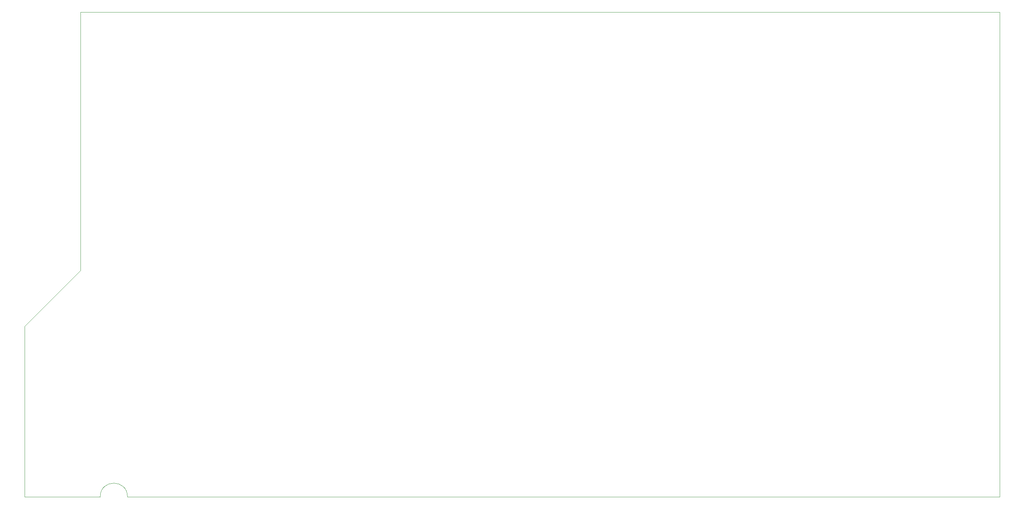
<source format=gbr>
%TF.GenerationSoftware,KiCad,Pcbnew,8.0.4*%
%TF.CreationDate,2025-02-24T13:32:17+01:00*%
%TF.ProjectId,RAMON_DEV,52414d4f-4e5f-4444-9556-2e6b69636164,rev?*%
%TF.SameCoordinates,Original*%
%TF.FileFunction,Profile,NP*%
%FSLAX46Y46*%
G04 Gerber Fmt 4.6, Leading zero omitted, Abs format (unit mm)*
G04 Created by KiCad (PCBNEW 8.0.4) date 2025-02-24 13:32:17*
%MOMM*%
%LPD*%
G01*
G04 APERTURE LIST*
%TA.AperFunction,Profile*%
%ADD10C,0.050000*%
%TD*%
G04 APERTURE END LIST*
D10*
X24460000Y-151390000D02*
X42930000Y-151390000D01*
X38110000Y-96140000D02*
X38110000Y-33040000D01*
X38110000Y-96140000D02*
X24460000Y-109790000D01*
X262410000Y-33040000D02*
X262410000Y-151390000D01*
X38110000Y-33040000D02*
X262410000Y-33040000D01*
X42930000Y-151390000D02*
G75*
G02*
X49590000Y-151390000I3330000J0D01*
G01*
X24460000Y-109790000D02*
X24460000Y-151390000D01*
X262410000Y-151390000D02*
X49590000Y-151390000D01*
M02*

</source>
